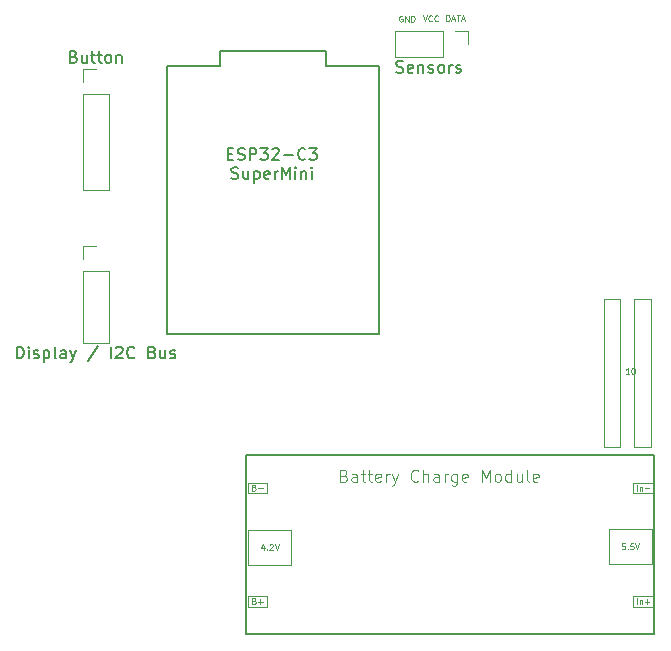
<source format=gbr>
%TF.GenerationSoftware,KiCad,Pcbnew,9.0.2*%
%TF.CreationDate,2025-05-28T20:31:11+09:00*%
%TF.ProjectId,__,78912e6b-6963-4616-945f-706362585858,rev?*%
%TF.SameCoordinates,Original*%
%TF.FileFunction,Legend,Top*%
%TF.FilePolarity,Positive*%
%FSLAX46Y46*%
G04 Gerber Fmt 4.6, Leading zero omitted, Abs format (unit mm)*
G04 Created by KiCad (PCBNEW 9.0.2) date 2025-05-28 20:31:11*
%MOMM*%
%LPD*%
G01*
G04 APERTURE LIST*
%ADD10C,0.200000*%
%ADD11C,0.100000*%
%ADD12C,0.050000*%
%ADD13C,0.000000*%
%ADD14C,0.150000*%
%ADD15C,0.120000*%
%ADD16C,0.127000*%
G04 APERTURE END LIST*
D10*
X19850000Y-38700000D02*
X54350000Y-38700000D01*
X54350000Y-53900000D01*
X19850000Y-53900000D01*
X19850000Y-38700000D01*
D11*
X50100000Y-25550000D02*
X51500000Y-25550000D01*
X51500000Y-38050000D01*
X50100000Y-38050000D01*
X50100000Y-25550000D01*
X52700000Y-25550000D02*
X54100000Y-25550000D01*
X54100000Y-38050000D01*
X52700000Y-38050000D01*
X52700000Y-25550000D01*
X52254762Y-31851109D02*
X51969048Y-31851109D01*
X52111905Y-31851109D02*
X52111905Y-31351109D01*
X52111905Y-31351109D02*
X52064286Y-31422538D01*
X52064286Y-31422538D02*
X52016667Y-31470157D01*
X52016667Y-31470157D02*
X51969048Y-31493966D01*
X52564285Y-31351109D02*
X52611904Y-31351109D01*
X52611904Y-31351109D02*
X52659523Y-31374919D01*
X52659523Y-31374919D02*
X52683333Y-31398728D01*
X52683333Y-31398728D02*
X52707142Y-31446347D01*
X52707142Y-31446347D02*
X52730952Y-31541585D01*
X52730952Y-31541585D02*
X52730952Y-31660633D01*
X52730952Y-31660633D02*
X52707142Y-31755871D01*
X52707142Y-31755871D02*
X52683333Y-31803490D01*
X52683333Y-31803490D02*
X52659523Y-31827300D01*
X52659523Y-31827300D02*
X52611904Y-31851109D01*
X52611904Y-31851109D02*
X52564285Y-31851109D01*
X52564285Y-31851109D02*
X52516666Y-31827300D01*
X52516666Y-31827300D02*
X52492857Y-31803490D01*
X52492857Y-31803490D02*
X52469047Y-31755871D01*
X52469047Y-31755871D02*
X52445238Y-31660633D01*
X52445238Y-31660633D02*
X52445238Y-31541585D01*
X52445238Y-31541585D02*
X52469047Y-31446347D01*
X52469047Y-31446347D02*
X52492857Y-31398728D01*
X52492857Y-31398728D02*
X52516666Y-31374919D01*
X52516666Y-31374919D02*
X52564285Y-31351109D01*
D12*
X34783334Y-1503709D02*
X34950000Y-2003709D01*
X34950000Y-2003709D02*
X35116667Y-1503709D01*
X35569047Y-1956090D02*
X35545238Y-1979900D01*
X35545238Y-1979900D02*
X35473809Y-2003709D01*
X35473809Y-2003709D02*
X35426190Y-2003709D01*
X35426190Y-2003709D02*
X35354762Y-1979900D01*
X35354762Y-1979900D02*
X35307143Y-1932280D01*
X35307143Y-1932280D02*
X35283333Y-1884661D01*
X35283333Y-1884661D02*
X35259524Y-1789423D01*
X35259524Y-1789423D02*
X35259524Y-1717995D01*
X35259524Y-1717995D02*
X35283333Y-1622757D01*
X35283333Y-1622757D02*
X35307143Y-1575138D01*
X35307143Y-1575138D02*
X35354762Y-1527519D01*
X35354762Y-1527519D02*
X35426190Y-1503709D01*
X35426190Y-1503709D02*
X35473809Y-1503709D01*
X35473809Y-1503709D02*
X35545238Y-1527519D01*
X35545238Y-1527519D02*
X35569047Y-1551328D01*
X36069047Y-1956090D02*
X36045238Y-1979900D01*
X36045238Y-1979900D02*
X35973809Y-2003709D01*
X35973809Y-2003709D02*
X35926190Y-2003709D01*
X35926190Y-2003709D02*
X35854762Y-1979900D01*
X35854762Y-1979900D02*
X35807143Y-1932280D01*
X35807143Y-1932280D02*
X35783333Y-1884661D01*
X35783333Y-1884661D02*
X35759524Y-1789423D01*
X35759524Y-1789423D02*
X35759524Y-1717995D01*
X35759524Y-1717995D02*
X35783333Y-1622757D01*
X35783333Y-1622757D02*
X35807143Y-1575138D01*
X35807143Y-1575138D02*
X35854762Y-1527519D01*
X35854762Y-1527519D02*
X35926190Y-1503709D01*
X35926190Y-1503709D02*
X35973809Y-1503709D01*
X35973809Y-1503709D02*
X36045238Y-1527519D01*
X36045238Y-1527519D02*
X36069047Y-1551328D01*
X36775000Y-1978709D02*
X36775000Y-1478709D01*
X36775000Y-1478709D02*
X36894048Y-1478709D01*
X36894048Y-1478709D02*
X36965476Y-1502519D01*
X36965476Y-1502519D02*
X37013095Y-1550138D01*
X37013095Y-1550138D02*
X37036905Y-1597757D01*
X37036905Y-1597757D02*
X37060714Y-1692995D01*
X37060714Y-1692995D02*
X37060714Y-1764423D01*
X37060714Y-1764423D02*
X37036905Y-1859661D01*
X37036905Y-1859661D02*
X37013095Y-1907280D01*
X37013095Y-1907280D02*
X36965476Y-1954900D01*
X36965476Y-1954900D02*
X36894048Y-1978709D01*
X36894048Y-1978709D02*
X36775000Y-1978709D01*
X37251191Y-1835852D02*
X37489286Y-1835852D01*
X37203572Y-1978709D02*
X37370238Y-1478709D01*
X37370238Y-1478709D02*
X37536905Y-1978709D01*
X37632143Y-1478709D02*
X37917857Y-1478709D01*
X37775000Y-1978709D02*
X37775000Y-1478709D01*
X38060714Y-1835852D02*
X38298809Y-1835852D01*
X38013095Y-1978709D02*
X38179761Y-1478709D01*
X38179761Y-1478709D02*
X38346428Y-1978709D01*
X33044047Y-1552519D02*
X32996428Y-1528709D01*
X32996428Y-1528709D02*
X32924999Y-1528709D01*
X32924999Y-1528709D02*
X32853571Y-1552519D01*
X32853571Y-1552519D02*
X32805952Y-1600138D01*
X32805952Y-1600138D02*
X32782142Y-1647757D01*
X32782142Y-1647757D02*
X32758333Y-1742995D01*
X32758333Y-1742995D02*
X32758333Y-1814423D01*
X32758333Y-1814423D02*
X32782142Y-1909661D01*
X32782142Y-1909661D02*
X32805952Y-1957280D01*
X32805952Y-1957280D02*
X32853571Y-2004900D01*
X32853571Y-2004900D02*
X32924999Y-2028709D01*
X32924999Y-2028709D02*
X32972618Y-2028709D01*
X32972618Y-2028709D02*
X33044047Y-2004900D01*
X33044047Y-2004900D02*
X33067856Y-1981090D01*
X33067856Y-1981090D02*
X33067856Y-1814423D01*
X33067856Y-1814423D02*
X32972618Y-1814423D01*
X33282142Y-2028709D02*
X33282142Y-1528709D01*
X33282142Y-1528709D02*
X33567856Y-2028709D01*
X33567856Y-2028709D02*
X33567856Y-1528709D01*
X33805952Y-2028709D02*
X33805952Y-1528709D01*
X33805952Y-1528709D02*
X33925000Y-1528709D01*
X33925000Y-1528709D02*
X33996428Y-1552519D01*
X33996428Y-1552519D02*
X34044047Y-1600138D01*
X34044047Y-1600138D02*
X34067857Y-1647757D01*
X34067857Y-1647757D02*
X34091666Y-1742995D01*
X34091666Y-1742995D02*
X34091666Y-1814423D01*
X34091666Y-1814423D02*
X34067857Y-1909661D01*
X34067857Y-1909661D02*
X34044047Y-1957280D01*
X34044047Y-1957280D02*
X33996428Y-2004900D01*
X33996428Y-2004900D02*
X33925000Y-2028709D01*
X33925000Y-2028709D02*
X33805952Y-2028709D01*
D11*
X28102379Y-40458609D02*
X28245236Y-40506228D01*
X28245236Y-40506228D02*
X28292855Y-40553847D01*
X28292855Y-40553847D02*
X28340474Y-40649085D01*
X28340474Y-40649085D02*
X28340474Y-40791942D01*
X28340474Y-40791942D02*
X28292855Y-40887180D01*
X28292855Y-40887180D02*
X28245236Y-40934800D01*
X28245236Y-40934800D02*
X28149998Y-40982419D01*
X28149998Y-40982419D02*
X27769046Y-40982419D01*
X27769046Y-40982419D02*
X27769046Y-39982419D01*
X27769046Y-39982419D02*
X28102379Y-39982419D01*
X28102379Y-39982419D02*
X28197617Y-40030038D01*
X28197617Y-40030038D02*
X28245236Y-40077657D01*
X28245236Y-40077657D02*
X28292855Y-40172895D01*
X28292855Y-40172895D02*
X28292855Y-40268133D01*
X28292855Y-40268133D02*
X28245236Y-40363371D01*
X28245236Y-40363371D02*
X28197617Y-40410990D01*
X28197617Y-40410990D02*
X28102379Y-40458609D01*
X28102379Y-40458609D02*
X27769046Y-40458609D01*
X29197617Y-40982419D02*
X29197617Y-40458609D01*
X29197617Y-40458609D02*
X29149998Y-40363371D01*
X29149998Y-40363371D02*
X29054760Y-40315752D01*
X29054760Y-40315752D02*
X28864284Y-40315752D01*
X28864284Y-40315752D02*
X28769046Y-40363371D01*
X29197617Y-40934800D02*
X29102379Y-40982419D01*
X29102379Y-40982419D02*
X28864284Y-40982419D01*
X28864284Y-40982419D02*
X28769046Y-40934800D01*
X28769046Y-40934800D02*
X28721427Y-40839561D01*
X28721427Y-40839561D02*
X28721427Y-40744323D01*
X28721427Y-40744323D02*
X28769046Y-40649085D01*
X28769046Y-40649085D02*
X28864284Y-40601466D01*
X28864284Y-40601466D02*
X29102379Y-40601466D01*
X29102379Y-40601466D02*
X29197617Y-40553847D01*
X29530951Y-40315752D02*
X29911903Y-40315752D01*
X29673808Y-39982419D02*
X29673808Y-40839561D01*
X29673808Y-40839561D02*
X29721427Y-40934800D01*
X29721427Y-40934800D02*
X29816665Y-40982419D01*
X29816665Y-40982419D02*
X29911903Y-40982419D01*
X30102380Y-40315752D02*
X30483332Y-40315752D01*
X30245237Y-39982419D02*
X30245237Y-40839561D01*
X30245237Y-40839561D02*
X30292856Y-40934800D01*
X30292856Y-40934800D02*
X30388094Y-40982419D01*
X30388094Y-40982419D02*
X30483332Y-40982419D01*
X31197618Y-40934800D02*
X31102380Y-40982419D01*
X31102380Y-40982419D02*
X30911904Y-40982419D01*
X30911904Y-40982419D02*
X30816666Y-40934800D01*
X30816666Y-40934800D02*
X30769047Y-40839561D01*
X30769047Y-40839561D02*
X30769047Y-40458609D01*
X30769047Y-40458609D02*
X30816666Y-40363371D01*
X30816666Y-40363371D02*
X30911904Y-40315752D01*
X30911904Y-40315752D02*
X31102380Y-40315752D01*
X31102380Y-40315752D02*
X31197618Y-40363371D01*
X31197618Y-40363371D02*
X31245237Y-40458609D01*
X31245237Y-40458609D02*
X31245237Y-40553847D01*
X31245237Y-40553847D02*
X30769047Y-40649085D01*
X31673809Y-40982419D02*
X31673809Y-40315752D01*
X31673809Y-40506228D02*
X31721428Y-40410990D01*
X31721428Y-40410990D02*
X31769047Y-40363371D01*
X31769047Y-40363371D02*
X31864285Y-40315752D01*
X31864285Y-40315752D02*
X31959523Y-40315752D01*
X32197619Y-40315752D02*
X32435714Y-40982419D01*
X32673809Y-40315752D02*
X32435714Y-40982419D01*
X32435714Y-40982419D02*
X32340476Y-41220514D01*
X32340476Y-41220514D02*
X32292857Y-41268133D01*
X32292857Y-41268133D02*
X32197619Y-41315752D01*
X34388095Y-40887180D02*
X34340476Y-40934800D01*
X34340476Y-40934800D02*
X34197619Y-40982419D01*
X34197619Y-40982419D02*
X34102381Y-40982419D01*
X34102381Y-40982419D02*
X33959524Y-40934800D01*
X33959524Y-40934800D02*
X33864286Y-40839561D01*
X33864286Y-40839561D02*
X33816667Y-40744323D01*
X33816667Y-40744323D02*
X33769048Y-40553847D01*
X33769048Y-40553847D02*
X33769048Y-40410990D01*
X33769048Y-40410990D02*
X33816667Y-40220514D01*
X33816667Y-40220514D02*
X33864286Y-40125276D01*
X33864286Y-40125276D02*
X33959524Y-40030038D01*
X33959524Y-40030038D02*
X34102381Y-39982419D01*
X34102381Y-39982419D02*
X34197619Y-39982419D01*
X34197619Y-39982419D02*
X34340476Y-40030038D01*
X34340476Y-40030038D02*
X34388095Y-40077657D01*
X34816667Y-40982419D02*
X34816667Y-39982419D01*
X35245238Y-40982419D02*
X35245238Y-40458609D01*
X35245238Y-40458609D02*
X35197619Y-40363371D01*
X35197619Y-40363371D02*
X35102381Y-40315752D01*
X35102381Y-40315752D02*
X34959524Y-40315752D01*
X34959524Y-40315752D02*
X34864286Y-40363371D01*
X34864286Y-40363371D02*
X34816667Y-40410990D01*
X36150000Y-40982419D02*
X36150000Y-40458609D01*
X36150000Y-40458609D02*
X36102381Y-40363371D01*
X36102381Y-40363371D02*
X36007143Y-40315752D01*
X36007143Y-40315752D02*
X35816667Y-40315752D01*
X35816667Y-40315752D02*
X35721429Y-40363371D01*
X36150000Y-40934800D02*
X36054762Y-40982419D01*
X36054762Y-40982419D02*
X35816667Y-40982419D01*
X35816667Y-40982419D02*
X35721429Y-40934800D01*
X35721429Y-40934800D02*
X35673810Y-40839561D01*
X35673810Y-40839561D02*
X35673810Y-40744323D01*
X35673810Y-40744323D02*
X35721429Y-40649085D01*
X35721429Y-40649085D02*
X35816667Y-40601466D01*
X35816667Y-40601466D02*
X36054762Y-40601466D01*
X36054762Y-40601466D02*
X36150000Y-40553847D01*
X36626191Y-40982419D02*
X36626191Y-40315752D01*
X36626191Y-40506228D02*
X36673810Y-40410990D01*
X36673810Y-40410990D02*
X36721429Y-40363371D01*
X36721429Y-40363371D02*
X36816667Y-40315752D01*
X36816667Y-40315752D02*
X36911905Y-40315752D01*
X37673810Y-40315752D02*
X37673810Y-41125276D01*
X37673810Y-41125276D02*
X37626191Y-41220514D01*
X37626191Y-41220514D02*
X37578572Y-41268133D01*
X37578572Y-41268133D02*
X37483334Y-41315752D01*
X37483334Y-41315752D02*
X37340477Y-41315752D01*
X37340477Y-41315752D02*
X37245239Y-41268133D01*
X37673810Y-40934800D02*
X37578572Y-40982419D01*
X37578572Y-40982419D02*
X37388096Y-40982419D01*
X37388096Y-40982419D02*
X37292858Y-40934800D01*
X37292858Y-40934800D02*
X37245239Y-40887180D01*
X37245239Y-40887180D02*
X37197620Y-40791942D01*
X37197620Y-40791942D02*
X37197620Y-40506228D01*
X37197620Y-40506228D02*
X37245239Y-40410990D01*
X37245239Y-40410990D02*
X37292858Y-40363371D01*
X37292858Y-40363371D02*
X37388096Y-40315752D01*
X37388096Y-40315752D02*
X37578572Y-40315752D01*
X37578572Y-40315752D02*
X37673810Y-40363371D01*
X38530953Y-40934800D02*
X38435715Y-40982419D01*
X38435715Y-40982419D02*
X38245239Y-40982419D01*
X38245239Y-40982419D02*
X38150001Y-40934800D01*
X38150001Y-40934800D02*
X38102382Y-40839561D01*
X38102382Y-40839561D02*
X38102382Y-40458609D01*
X38102382Y-40458609D02*
X38150001Y-40363371D01*
X38150001Y-40363371D02*
X38245239Y-40315752D01*
X38245239Y-40315752D02*
X38435715Y-40315752D01*
X38435715Y-40315752D02*
X38530953Y-40363371D01*
X38530953Y-40363371D02*
X38578572Y-40458609D01*
X38578572Y-40458609D02*
X38578572Y-40553847D01*
X38578572Y-40553847D02*
X38102382Y-40649085D01*
X39769049Y-40982419D02*
X39769049Y-39982419D01*
X39769049Y-39982419D02*
X40102382Y-40696704D01*
X40102382Y-40696704D02*
X40435715Y-39982419D01*
X40435715Y-39982419D02*
X40435715Y-40982419D01*
X41054763Y-40982419D02*
X40959525Y-40934800D01*
X40959525Y-40934800D02*
X40911906Y-40887180D01*
X40911906Y-40887180D02*
X40864287Y-40791942D01*
X40864287Y-40791942D02*
X40864287Y-40506228D01*
X40864287Y-40506228D02*
X40911906Y-40410990D01*
X40911906Y-40410990D02*
X40959525Y-40363371D01*
X40959525Y-40363371D02*
X41054763Y-40315752D01*
X41054763Y-40315752D02*
X41197620Y-40315752D01*
X41197620Y-40315752D02*
X41292858Y-40363371D01*
X41292858Y-40363371D02*
X41340477Y-40410990D01*
X41340477Y-40410990D02*
X41388096Y-40506228D01*
X41388096Y-40506228D02*
X41388096Y-40791942D01*
X41388096Y-40791942D02*
X41340477Y-40887180D01*
X41340477Y-40887180D02*
X41292858Y-40934800D01*
X41292858Y-40934800D02*
X41197620Y-40982419D01*
X41197620Y-40982419D02*
X41054763Y-40982419D01*
X42245239Y-40982419D02*
X42245239Y-39982419D01*
X42245239Y-40934800D02*
X42150001Y-40982419D01*
X42150001Y-40982419D02*
X41959525Y-40982419D01*
X41959525Y-40982419D02*
X41864287Y-40934800D01*
X41864287Y-40934800D02*
X41816668Y-40887180D01*
X41816668Y-40887180D02*
X41769049Y-40791942D01*
X41769049Y-40791942D02*
X41769049Y-40506228D01*
X41769049Y-40506228D02*
X41816668Y-40410990D01*
X41816668Y-40410990D02*
X41864287Y-40363371D01*
X41864287Y-40363371D02*
X41959525Y-40315752D01*
X41959525Y-40315752D02*
X42150001Y-40315752D01*
X42150001Y-40315752D02*
X42245239Y-40363371D01*
X43150001Y-40315752D02*
X43150001Y-40982419D01*
X42721430Y-40315752D02*
X42721430Y-40839561D01*
X42721430Y-40839561D02*
X42769049Y-40934800D01*
X42769049Y-40934800D02*
X42864287Y-40982419D01*
X42864287Y-40982419D02*
X43007144Y-40982419D01*
X43007144Y-40982419D02*
X43102382Y-40934800D01*
X43102382Y-40934800D02*
X43150001Y-40887180D01*
X43769049Y-40982419D02*
X43673811Y-40934800D01*
X43673811Y-40934800D02*
X43626192Y-40839561D01*
X43626192Y-40839561D02*
X43626192Y-39982419D01*
X44530954Y-40934800D02*
X44435716Y-40982419D01*
X44435716Y-40982419D02*
X44245240Y-40982419D01*
X44245240Y-40982419D02*
X44150002Y-40934800D01*
X44150002Y-40934800D02*
X44102383Y-40839561D01*
X44102383Y-40839561D02*
X44102383Y-40458609D01*
X44102383Y-40458609D02*
X44150002Y-40363371D01*
X44150002Y-40363371D02*
X44245240Y-40315752D01*
X44245240Y-40315752D02*
X44435716Y-40315752D01*
X44435716Y-40315752D02*
X44530954Y-40363371D01*
X44530954Y-40363371D02*
X44578573Y-40458609D01*
X44578573Y-40458609D02*
X44578573Y-40553847D01*
X44578573Y-40553847D02*
X44102383Y-40649085D01*
X20501190Y-41464204D02*
X20572618Y-41488014D01*
X20572618Y-41488014D02*
X20596428Y-41511823D01*
X20596428Y-41511823D02*
X20620237Y-41559442D01*
X20620237Y-41559442D02*
X20620237Y-41630871D01*
X20620237Y-41630871D02*
X20596428Y-41678490D01*
X20596428Y-41678490D02*
X20572618Y-41702300D01*
X20572618Y-41702300D02*
X20524999Y-41726109D01*
X20524999Y-41726109D02*
X20334523Y-41726109D01*
X20334523Y-41726109D02*
X20334523Y-41226109D01*
X20334523Y-41226109D02*
X20501190Y-41226109D01*
X20501190Y-41226109D02*
X20548809Y-41249919D01*
X20548809Y-41249919D02*
X20572618Y-41273728D01*
X20572618Y-41273728D02*
X20596428Y-41321347D01*
X20596428Y-41321347D02*
X20596428Y-41368966D01*
X20596428Y-41368966D02*
X20572618Y-41416585D01*
X20572618Y-41416585D02*
X20548809Y-41440395D01*
X20548809Y-41440395D02*
X20501190Y-41464204D01*
X20501190Y-41464204D02*
X20334523Y-41464204D01*
X20834523Y-41535633D02*
X21215476Y-41535633D01*
D13*
X19950000Y-41050000D02*
X21600000Y-41050000D01*
X21600000Y-41950000D01*
X19950000Y-41950000D01*
X19950000Y-41050000D01*
D11*
X52889285Y-51326109D02*
X52889285Y-50826109D01*
X53127380Y-50992776D02*
X53127380Y-51326109D01*
X53127380Y-51040395D02*
X53151190Y-51016585D01*
X53151190Y-51016585D02*
X53198809Y-50992776D01*
X53198809Y-50992776D02*
X53270237Y-50992776D01*
X53270237Y-50992776D02*
X53317856Y-51016585D01*
X53317856Y-51016585D02*
X53341666Y-51064204D01*
X53341666Y-51064204D02*
X53341666Y-51326109D01*
X53579761Y-51135633D02*
X53960714Y-51135633D01*
X53770237Y-51326109D02*
X53770237Y-50945157D01*
D13*
X52600000Y-50650000D02*
X54250000Y-50650000D01*
X54250000Y-51550000D01*
X52600000Y-51550000D01*
X52600000Y-50650000D01*
D11*
X21336310Y-46417776D02*
X21336310Y-46751109D01*
X21217262Y-46227300D02*
X21098215Y-46584442D01*
X21098215Y-46584442D02*
X21407738Y-46584442D01*
X21598214Y-46703490D02*
X21622024Y-46727300D01*
X21622024Y-46727300D02*
X21598214Y-46751109D01*
X21598214Y-46751109D02*
X21574405Y-46727300D01*
X21574405Y-46727300D02*
X21598214Y-46703490D01*
X21598214Y-46703490D02*
X21598214Y-46751109D01*
X21812500Y-46298728D02*
X21836309Y-46274919D01*
X21836309Y-46274919D02*
X21883928Y-46251109D01*
X21883928Y-46251109D02*
X22002976Y-46251109D01*
X22002976Y-46251109D02*
X22050595Y-46274919D01*
X22050595Y-46274919D02*
X22074404Y-46298728D01*
X22074404Y-46298728D02*
X22098214Y-46346347D01*
X22098214Y-46346347D02*
X22098214Y-46393966D01*
X22098214Y-46393966D02*
X22074404Y-46465395D01*
X22074404Y-46465395D02*
X21788690Y-46751109D01*
X21788690Y-46751109D02*
X22098214Y-46751109D01*
X22241071Y-46251109D02*
X22407737Y-46751109D01*
X22407737Y-46751109D02*
X22574404Y-46251109D01*
D13*
X20000000Y-45050000D02*
X23625000Y-45050000D01*
X23625000Y-48000000D01*
X20000000Y-48000000D01*
X20000000Y-45050000D01*
D11*
X51897619Y-46201109D02*
X51659524Y-46201109D01*
X51659524Y-46201109D02*
X51635715Y-46439204D01*
X51635715Y-46439204D02*
X51659524Y-46415395D01*
X51659524Y-46415395D02*
X51707143Y-46391585D01*
X51707143Y-46391585D02*
X51826191Y-46391585D01*
X51826191Y-46391585D02*
X51873810Y-46415395D01*
X51873810Y-46415395D02*
X51897619Y-46439204D01*
X51897619Y-46439204D02*
X51921429Y-46486823D01*
X51921429Y-46486823D02*
X51921429Y-46605871D01*
X51921429Y-46605871D02*
X51897619Y-46653490D01*
X51897619Y-46653490D02*
X51873810Y-46677300D01*
X51873810Y-46677300D02*
X51826191Y-46701109D01*
X51826191Y-46701109D02*
X51707143Y-46701109D01*
X51707143Y-46701109D02*
X51659524Y-46677300D01*
X51659524Y-46677300D02*
X51635715Y-46653490D01*
X52135714Y-46653490D02*
X52159524Y-46677300D01*
X52159524Y-46677300D02*
X52135714Y-46701109D01*
X52135714Y-46701109D02*
X52111905Y-46677300D01*
X52111905Y-46677300D02*
X52135714Y-46653490D01*
X52135714Y-46653490D02*
X52135714Y-46701109D01*
X52611904Y-46201109D02*
X52373809Y-46201109D01*
X52373809Y-46201109D02*
X52350000Y-46439204D01*
X52350000Y-46439204D02*
X52373809Y-46415395D01*
X52373809Y-46415395D02*
X52421428Y-46391585D01*
X52421428Y-46391585D02*
X52540476Y-46391585D01*
X52540476Y-46391585D02*
X52588095Y-46415395D01*
X52588095Y-46415395D02*
X52611904Y-46439204D01*
X52611904Y-46439204D02*
X52635714Y-46486823D01*
X52635714Y-46486823D02*
X52635714Y-46605871D01*
X52635714Y-46605871D02*
X52611904Y-46653490D01*
X52611904Y-46653490D02*
X52588095Y-46677300D01*
X52588095Y-46677300D02*
X52540476Y-46701109D01*
X52540476Y-46701109D02*
X52421428Y-46701109D01*
X52421428Y-46701109D02*
X52373809Y-46677300D01*
X52373809Y-46677300D02*
X52350000Y-46653490D01*
X52778571Y-46201109D02*
X52945237Y-46701109D01*
X52945237Y-46701109D02*
X53111904Y-46201109D01*
D13*
X50537500Y-45000000D02*
X54162500Y-45000000D01*
X54162500Y-47950000D01*
X50537500Y-47950000D01*
X50537500Y-45000000D01*
D11*
X20501190Y-51064204D02*
X20572618Y-51088014D01*
X20572618Y-51088014D02*
X20596428Y-51111823D01*
X20596428Y-51111823D02*
X20620237Y-51159442D01*
X20620237Y-51159442D02*
X20620237Y-51230871D01*
X20620237Y-51230871D02*
X20596428Y-51278490D01*
X20596428Y-51278490D02*
X20572618Y-51302300D01*
X20572618Y-51302300D02*
X20524999Y-51326109D01*
X20524999Y-51326109D02*
X20334523Y-51326109D01*
X20334523Y-51326109D02*
X20334523Y-50826109D01*
X20334523Y-50826109D02*
X20501190Y-50826109D01*
X20501190Y-50826109D02*
X20548809Y-50849919D01*
X20548809Y-50849919D02*
X20572618Y-50873728D01*
X20572618Y-50873728D02*
X20596428Y-50921347D01*
X20596428Y-50921347D02*
X20596428Y-50968966D01*
X20596428Y-50968966D02*
X20572618Y-51016585D01*
X20572618Y-51016585D02*
X20548809Y-51040395D01*
X20548809Y-51040395D02*
X20501190Y-51064204D01*
X20501190Y-51064204D02*
X20334523Y-51064204D01*
X20834523Y-51135633D02*
X21215476Y-51135633D01*
X21024999Y-51326109D02*
X21024999Y-50945157D01*
D13*
X19950000Y-50650000D02*
X21600000Y-50650000D01*
X21600000Y-51550000D01*
X19950000Y-51550000D01*
X19950000Y-50650000D01*
D11*
X52889285Y-41726109D02*
X52889285Y-41226109D01*
X53127380Y-41392776D02*
X53127380Y-41726109D01*
X53127380Y-41440395D02*
X53151190Y-41416585D01*
X53151190Y-41416585D02*
X53198809Y-41392776D01*
X53198809Y-41392776D02*
X53270237Y-41392776D01*
X53270237Y-41392776D02*
X53317856Y-41416585D01*
X53317856Y-41416585D02*
X53341666Y-41464204D01*
X53341666Y-41464204D02*
X53341666Y-41726109D01*
X53579761Y-41535633D02*
X53960714Y-41535633D01*
D13*
X52600000Y-41050000D02*
X54250000Y-41050000D01*
X54250000Y-41950000D01*
X52600000Y-41950000D01*
X52600000Y-41050000D01*
D14*
X32536904Y-6307200D02*
X32679761Y-6354819D01*
X32679761Y-6354819D02*
X32917856Y-6354819D01*
X32917856Y-6354819D02*
X33013094Y-6307200D01*
X33013094Y-6307200D02*
X33060713Y-6259580D01*
X33060713Y-6259580D02*
X33108332Y-6164342D01*
X33108332Y-6164342D02*
X33108332Y-6069104D01*
X33108332Y-6069104D02*
X33060713Y-5973866D01*
X33060713Y-5973866D02*
X33013094Y-5926247D01*
X33013094Y-5926247D02*
X32917856Y-5878628D01*
X32917856Y-5878628D02*
X32727380Y-5831009D01*
X32727380Y-5831009D02*
X32632142Y-5783390D01*
X32632142Y-5783390D02*
X32584523Y-5735771D01*
X32584523Y-5735771D02*
X32536904Y-5640533D01*
X32536904Y-5640533D02*
X32536904Y-5545295D01*
X32536904Y-5545295D02*
X32584523Y-5450057D01*
X32584523Y-5450057D02*
X32632142Y-5402438D01*
X32632142Y-5402438D02*
X32727380Y-5354819D01*
X32727380Y-5354819D02*
X32965475Y-5354819D01*
X32965475Y-5354819D02*
X33108332Y-5402438D01*
X33917856Y-6307200D02*
X33822618Y-6354819D01*
X33822618Y-6354819D02*
X33632142Y-6354819D01*
X33632142Y-6354819D02*
X33536904Y-6307200D01*
X33536904Y-6307200D02*
X33489285Y-6211961D01*
X33489285Y-6211961D02*
X33489285Y-5831009D01*
X33489285Y-5831009D02*
X33536904Y-5735771D01*
X33536904Y-5735771D02*
X33632142Y-5688152D01*
X33632142Y-5688152D02*
X33822618Y-5688152D01*
X33822618Y-5688152D02*
X33917856Y-5735771D01*
X33917856Y-5735771D02*
X33965475Y-5831009D01*
X33965475Y-5831009D02*
X33965475Y-5926247D01*
X33965475Y-5926247D02*
X33489285Y-6021485D01*
X34394047Y-5688152D02*
X34394047Y-6354819D01*
X34394047Y-5783390D02*
X34441666Y-5735771D01*
X34441666Y-5735771D02*
X34536904Y-5688152D01*
X34536904Y-5688152D02*
X34679761Y-5688152D01*
X34679761Y-5688152D02*
X34774999Y-5735771D01*
X34774999Y-5735771D02*
X34822618Y-5831009D01*
X34822618Y-5831009D02*
X34822618Y-6354819D01*
X35251190Y-6307200D02*
X35346428Y-6354819D01*
X35346428Y-6354819D02*
X35536904Y-6354819D01*
X35536904Y-6354819D02*
X35632142Y-6307200D01*
X35632142Y-6307200D02*
X35679761Y-6211961D01*
X35679761Y-6211961D02*
X35679761Y-6164342D01*
X35679761Y-6164342D02*
X35632142Y-6069104D01*
X35632142Y-6069104D02*
X35536904Y-6021485D01*
X35536904Y-6021485D02*
X35394047Y-6021485D01*
X35394047Y-6021485D02*
X35298809Y-5973866D01*
X35298809Y-5973866D02*
X35251190Y-5878628D01*
X35251190Y-5878628D02*
X35251190Y-5831009D01*
X35251190Y-5831009D02*
X35298809Y-5735771D01*
X35298809Y-5735771D02*
X35394047Y-5688152D01*
X35394047Y-5688152D02*
X35536904Y-5688152D01*
X35536904Y-5688152D02*
X35632142Y-5735771D01*
X36251190Y-6354819D02*
X36155952Y-6307200D01*
X36155952Y-6307200D02*
X36108333Y-6259580D01*
X36108333Y-6259580D02*
X36060714Y-6164342D01*
X36060714Y-6164342D02*
X36060714Y-5878628D01*
X36060714Y-5878628D02*
X36108333Y-5783390D01*
X36108333Y-5783390D02*
X36155952Y-5735771D01*
X36155952Y-5735771D02*
X36251190Y-5688152D01*
X36251190Y-5688152D02*
X36394047Y-5688152D01*
X36394047Y-5688152D02*
X36489285Y-5735771D01*
X36489285Y-5735771D02*
X36536904Y-5783390D01*
X36536904Y-5783390D02*
X36584523Y-5878628D01*
X36584523Y-5878628D02*
X36584523Y-6164342D01*
X36584523Y-6164342D02*
X36536904Y-6259580D01*
X36536904Y-6259580D02*
X36489285Y-6307200D01*
X36489285Y-6307200D02*
X36394047Y-6354819D01*
X36394047Y-6354819D02*
X36251190Y-6354819D01*
X37013095Y-6354819D02*
X37013095Y-5688152D01*
X37013095Y-5878628D02*
X37060714Y-5783390D01*
X37060714Y-5783390D02*
X37108333Y-5735771D01*
X37108333Y-5735771D02*
X37203571Y-5688152D01*
X37203571Y-5688152D02*
X37298809Y-5688152D01*
X37584524Y-6307200D02*
X37679762Y-6354819D01*
X37679762Y-6354819D02*
X37870238Y-6354819D01*
X37870238Y-6354819D02*
X37965476Y-6307200D01*
X37965476Y-6307200D02*
X38013095Y-6211961D01*
X38013095Y-6211961D02*
X38013095Y-6164342D01*
X38013095Y-6164342D02*
X37965476Y-6069104D01*
X37965476Y-6069104D02*
X37870238Y-6021485D01*
X37870238Y-6021485D02*
X37727381Y-6021485D01*
X37727381Y-6021485D02*
X37632143Y-5973866D01*
X37632143Y-5973866D02*
X37584524Y-5878628D01*
X37584524Y-5878628D02*
X37584524Y-5831009D01*
X37584524Y-5831009D02*
X37632143Y-5735771D01*
X37632143Y-5735771D02*
X37727381Y-5688152D01*
X37727381Y-5688152D02*
X37870238Y-5688152D01*
X37870238Y-5688152D02*
X37965476Y-5735771D01*
X5222856Y-4981009D02*
X5365713Y-5028628D01*
X5365713Y-5028628D02*
X5413332Y-5076247D01*
X5413332Y-5076247D02*
X5460951Y-5171485D01*
X5460951Y-5171485D02*
X5460951Y-5314342D01*
X5460951Y-5314342D02*
X5413332Y-5409580D01*
X5413332Y-5409580D02*
X5365713Y-5457200D01*
X5365713Y-5457200D02*
X5270475Y-5504819D01*
X5270475Y-5504819D02*
X4889523Y-5504819D01*
X4889523Y-5504819D02*
X4889523Y-4504819D01*
X4889523Y-4504819D02*
X5222856Y-4504819D01*
X5222856Y-4504819D02*
X5318094Y-4552438D01*
X5318094Y-4552438D02*
X5365713Y-4600057D01*
X5365713Y-4600057D02*
X5413332Y-4695295D01*
X5413332Y-4695295D02*
X5413332Y-4790533D01*
X5413332Y-4790533D02*
X5365713Y-4885771D01*
X5365713Y-4885771D02*
X5318094Y-4933390D01*
X5318094Y-4933390D02*
X5222856Y-4981009D01*
X5222856Y-4981009D02*
X4889523Y-4981009D01*
X6318094Y-4838152D02*
X6318094Y-5504819D01*
X5889523Y-4838152D02*
X5889523Y-5361961D01*
X5889523Y-5361961D02*
X5937142Y-5457200D01*
X5937142Y-5457200D02*
X6032380Y-5504819D01*
X6032380Y-5504819D02*
X6175237Y-5504819D01*
X6175237Y-5504819D02*
X6270475Y-5457200D01*
X6270475Y-5457200D02*
X6318094Y-5409580D01*
X6651428Y-4838152D02*
X7032380Y-4838152D01*
X6794285Y-4504819D02*
X6794285Y-5361961D01*
X6794285Y-5361961D02*
X6841904Y-5457200D01*
X6841904Y-5457200D02*
X6937142Y-5504819D01*
X6937142Y-5504819D02*
X7032380Y-5504819D01*
X7222857Y-4838152D02*
X7603809Y-4838152D01*
X7365714Y-4504819D02*
X7365714Y-5361961D01*
X7365714Y-5361961D02*
X7413333Y-5457200D01*
X7413333Y-5457200D02*
X7508571Y-5504819D01*
X7508571Y-5504819D02*
X7603809Y-5504819D01*
X8080000Y-5504819D02*
X7984762Y-5457200D01*
X7984762Y-5457200D02*
X7937143Y-5409580D01*
X7937143Y-5409580D02*
X7889524Y-5314342D01*
X7889524Y-5314342D02*
X7889524Y-5028628D01*
X7889524Y-5028628D02*
X7937143Y-4933390D01*
X7937143Y-4933390D02*
X7984762Y-4885771D01*
X7984762Y-4885771D02*
X8080000Y-4838152D01*
X8080000Y-4838152D02*
X8222857Y-4838152D01*
X8222857Y-4838152D02*
X8318095Y-4885771D01*
X8318095Y-4885771D02*
X8365714Y-4933390D01*
X8365714Y-4933390D02*
X8413333Y-5028628D01*
X8413333Y-5028628D02*
X8413333Y-5314342D01*
X8413333Y-5314342D02*
X8365714Y-5409580D01*
X8365714Y-5409580D02*
X8318095Y-5457200D01*
X8318095Y-5457200D02*
X8222857Y-5504819D01*
X8222857Y-5504819D02*
X8080000Y-5504819D01*
X8841905Y-4838152D02*
X8841905Y-5504819D01*
X8841905Y-4933390D02*
X8889524Y-4885771D01*
X8889524Y-4885771D02*
X8984762Y-4838152D01*
X8984762Y-4838152D02*
X9127619Y-4838152D01*
X9127619Y-4838152D02*
X9222857Y-4885771D01*
X9222857Y-4885771D02*
X9270476Y-4981009D01*
X9270476Y-4981009D02*
X9270476Y-5504819D01*
X18261905Y-13206037D02*
X18595238Y-13206037D01*
X18738095Y-13729847D02*
X18261905Y-13729847D01*
X18261905Y-13729847D02*
X18261905Y-12729847D01*
X18261905Y-12729847D02*
X18738095Y-12729847D01*
X19119048Y-13682228D02*
X19261905Y-13729847D01*
X19261905Y-13729847D02*
X19500000Y-13729847D01*
X19500000Y-13729847D02*
X19595238Y-13682228D01*
X19595238Y-13682228D02*
X19642857Y-13634608D01*
X19642857Y-13634608D02*
X19690476Y-13539370D01*
X19690476Y-13539370D02*
X19690476Y-13444132D01*
X19690476Y-13444132D02*
X19642857Y-13348894D01*
X19642857Y-13348894D02*
X19595238Y-13301275D01*
X19595238Y-13301275D02*
X19500000Y-13253656D01*
X19500000Y-13253656D02*
X19309524Y-13206037D01*
X19309524Y-13206037D02*
X19214286Y-13158418D01*
X19214286Y-13158418D02*
X19166667Y-13110799D01*
X19166667Y-13110799D02*
X19119048Y-13015561D01*
X19119048Y-13015561D02*
X19119048Y-12920323D01*
X19119048Y-12920323D02*
X19166667Y-12825085D01*
X19166667Y-12825085D02*
X19214286Y-12777466D01*
X19214286Y-12777466D02*
X19309524Y-12729847D01*
X19309524Y-12729847D02*
X19547619Y-12729847D01*
X19547619Y-12729847D02*
X19690476Y-12777466D01*
X20119048Y-13729847D02*
X20119048Y-12729847D01*
X20119048Y-12729847D02*
X20500000Y-12729847D01*
X20500000Y-12729847D02*
X20595238Y-12777466D01*
X20595238Y-12777466D02*
X20642857Y-12825085D01*
X20642857Y-12825085D02*
X20690476Y-12920323D01*
X20690476Y-12920323D02*
X20690476Y-13063180D01*
X20690476Y-13063180D02*
X20642857Y-13158418D01*
X20642857Y-13158418D02*
X20595238Y-13206037D01*
X20595238Y-13206037D02*
X20500000Y-13253656D01*
X20500000Y-13253656D02*
X20119048Y-13253656D01*
X21023810Y-12729847D02*
X21642857Y-12729847D01*
X21642857Y-12729847D02*
X21309524Y-13110799D01*
X21309524Y-13110799D02*
X21452381Y-13110799D01*
X21452381Y-13110799D02*
X21547619Y-13158418D01*
X21547619Y-13158418D02*
X21595238Y-13206037D01*
X21595238Y-13206037D02*
X21642857Y-13301275D01*
X21642857Y-13301275D02*
X21642857Y-13539370D01*
X21642857Y-13539370D02*
X21595238Y-13634608D01*
X21595238Y-13634608D02*
X21547619Y-13682228D01*
X21547619Y-13682228D02*
X21452381Y-13729847D01*
X21452381Y-13729847D02*
X21166667Y-13729847D01*
X21166667Y-13729847D02*
X21071429Y-13682228D01*
X21071429Y-13682228D02*
X21023810Y-13634608D01*
X22023810Y-12825085D02*
X22071429Y-12777466D01*
X22071429Y-12777466D02*
X22166667Y-12729847D01*
X22166667Y-12729847D02*
X22404762Y-12729847D01*
X22404762Y-12729847D02*
X22500000Y-12777466D01*
X22500000Y-12777466D02*
X22547619Y-12825085D01*
X22547619Y-12825085D02*
X22595238Y-12920323D01*
X22595238Y-12920323D02*
X22595238Y-13015561D01*
X22595238Y-13015561D02*
X22547619Y-13158418D01*
X22547619Y-13158418D02*
X21976191Y-13729847D01*
X21976191Y-13729847D02*
X22595238Y-13729847D01*
X23023810Y-13348894D02*
X23785715Y-13348894D01*
X24833333Y-13634608D02*
X24785714Y-13682228D01*
X24785714Y-13682228D02*
X24642857Y-13729847D01*
X24642857Y-13729847D02*
X24547619Y-13729847D01*
X24547619Y-13729847D02*
X24404762Y-13682228D01*
X24404762Y-13682228D02*
X24309524Y-13586989D01*
X24309524Y-13586989D02*
X24261905Y-13491751D01*
X24261905Y-13491751D02*
X24214286Y-13301275D01*
X24214286Y-13301275D02*
X24214286Y-13158418D01*
X24214286Y-13158418D02*
X24261905Y-12967942D01*
X24261905Y-12967942D02*
X24309524Y-12872704D01*
X24309524Y-12872704D02*
X24404762Y-12777466D01*
X24404762Y-12777466D02*
X24547619Y-12729847D01*
X24547619Y-12729847D02*
X24642857Y-12729847D01*
X24642857Y-12729847D02*
X24785714Y-12777466D01*
X24785714Y-12777466D02*
X24833333Y-12825085D01*
X25166667Y-12729847D02*
X25785714Y-12729847D01*
X25785714Y-12729847D02*
X25452381Y-13110799D01*
X25452381Y-13110799D02*
X25595238Y-13110799D01*
X25595238Y-13110799D02*
X25690476Y-13158418D01*
X25690476Y-13158418D02*
X25738095Y-13206037D01*
X25738095Y-13206037D02*
X25785714Y-13301275D01*
X25785714Y-13301275D02*
X25785714Y-13539370D01*
X25785714Y-13539370D02*
X25738095Y-13634608D01*
X25738095Y-13634608D02*
X25690476Y-13682228D01*
X25690476Y-13682228D02*
X25595238Y-13729847D01*
X25595238Y-13729847D02*
X25309524Y-13729847D01*
X25309524Y-13729847D02*
X25214286Y-13682228D01*
X25214286Y-13682228D02*
X25166667Y-13634608D01*
X18571429Y-15292172D02*
X18714286Y-15339791D01*
X18714286Y-15339791D02*
X18952381Y-15339791D01*
X18952381Y-15339791D02*
X19047619Y-15292172D01*
X19047619Y-15292172D02*
X19095238Y-15244552D01*
X19095238Y-15244552D02*
X19142857Y-15149314D01*
X19142857Y-15149314D02*
X19142857Y-15054076D01*
X19142857Y-15054076D02*
X19095238Y-14958838D01*
X19095238Y-14958838D02*
X19047619Y-14911219D01*
X19047619Y-14911219D02*
X18952381Y-14863600D01*
X18952381Y-14863600D02*
X18761905Y-14815981D01*
X18761905Y-14815981D02*
X18666667Y-14768362D01*
X18666667Y-14768362D02*
X18619048Y-14720743D01*
X18619048Y-14720743D02*
X18571429Y-14625505D01*
X18571429Y-14625505D02*
X18571429Y-14530267D01*
X18571429Y-14530267D02*
X18619048Y-14435029D01*
X18619048Y-14435029D02*
X18666667Y-14387410D01*
X18666667Y-14387410D02*
X18761905Y-14339791D01*
X18761905Y-14339791D02*
X19000000Y-14339791D01*
X19000000Y-14339791D02*
X19142857Y-14387410D01*
X20000000Y-14673124D02*
X20000000Y-15339791D01*
X19571429Y-14673124D02*
X19571429Y-15196933D01*
X19571429Y-15196933D02*
X19619048Y-15292172D01*
X19619048Y-15292172D02*
X19714286Y-15339791D01*
X19714286Y-15339791D02*
X19857143Y-15339791D01*
X19857143Y-15339791D02*
X19952381Y-15292172D01*
X19952381Y-15292172D02*
X20000000Y-15244552D01*
X20476191Y-14673124D02*
X20476191Y-15673124D01*
X20476191Y-14720743D02*
X20571429Y-14673124D01*
X20571429Y-14673124D02*
X20761905Y-14673124D01*
X20761905Y-14673124D02*
X20857143Y-14720743D01*
X20857143Y-14720743D02*
X20904762Y-14768362D01*
X20904762Y-14768362D02*
X20952381Y-14863600D01*
X20952381Y-14863600D02*
X20952381Y-15149314D01*
X20952381Y-15149314D02*
X20904762Y-15244552D01*
X20904762Y-15244552D02*
X20857143Y-15292172D01*
X20857143Y-15292172D02*
X20761905Y-15339791D01*
X20761905Y-15339791D02*
X20571429Y-15339791D01*
X20571429Y-15339791D02*
X20476191Y-15292172D01*
X21761905Y-15292172D02*
X21666667Y-15339791D01*
X21666667Y-15339791D02*
X21476191Y-15339791D01*
X21476191Y-15339791D02*
X21380953Y-15292172D01*
X21380953Y-15292172D02*
X21333334Y-15196933D01*
X21333334Y-15196933D02*
X21333334Y-14815981D01*
X21333334Y-14815981D02*
X21380953Y-14720743D01*
X21380953Y-14720743D02*
X21476191Y-14673124D01*
X21476191Y-14673124D02*
X21666667Y-14673124D01*
X21666667Y-14673124D02*
X21761905Y-14720743D01*
X21761905Y-14720743D02*
X21809524Y-14815981D01*
X21809524Y-14815981D02*
X21809524Y-14911219D01*
X21809524Y-14911219D02*
X21333334Y-15006457D01*
X22238096Y-15339791D02*
X22238096Y-14673124D01*
X22238096Y-14863600D02*
X22285715Y-14768362D01*
X22285715Y-14768362D02*
X22333334Y-14720743D01*
X22333334Y-14720743D02*
X22428572Y-14673124D01*
X22428572Y-14673124D02*
X22523810Y-14673124D01*
X22857144Y-15339791D02*
X22857144Y-14339791D01*
X22857144Y-14339791D02*
X23190477Y-15054076D01*
X23190477Y-15054076D02*
X23523810Y-14339791D01*
X23523810Y-14339791D02*
X23523810Y-15339791D01*
X24000001Y-15339791D02*
X24000001Y-14673124D01*
X24000001Y-14339791D02*
X23952382Y-14387410D01*
X23952382Y-14387410D02*
X24000001Y-14435029D01*
X24000001Y-14435029D02*
X24047620Y-14387410D01*
X24047620Y-14387410D02*
X24000001Y-14339791D01*
X24000001Y-14339791D02*
X24000001Y-14435029D01*
X24476191Y-14673124D02*
X24476191Y-15339791D01*
X24476191Y-14768362D02*
X24523810Y-14720743D01*
X24523810Y-14720743D02*
X24619048Y-14673124D01*
X24619048Y-14673124D02*
X24761905Y-14673124D01*
X24761905Y-14673124D02*
X24857143Y-14720743D01*
X24857143Y-14720743D02*
X24904762Y-14815981D01*
X24904762Y-14815981D02*
X24904762Y-15339791D01*
X25380953Y-15339791D02*
X25380953Y-14673124D01*
X25380953Y-14339791D02*
X25333334Y-14387410D01*
X25333334Y-14387410D02*
X25380953Y-14435029D01*
X25380953Y-14435029D02*
X25428572Y-14387410D01*
X25428572Y-14387410D02*
X25380953Y-14339791D01*
X25380953Y-14339791D02*
X25380953Y-14435029D01*
X409523Y-30534819D02*
X409523Y-29534819D01*
X409523Y-29534819D02*
X647618Y-29534819D01*
X647618Y-29534819D02*
X790475Y-29582438D01*
X790475Y-29582438D02*
X885713Y-29677676D01*
X885713Y-29677676D02*
X933332Y-29772914D01*
X933332Y-29772914D02*
X980951Y-29963390D01*
X980951Y-29963390D02*
X980951Y-30106247D01*
X980951Y-30106247D02*
X933332Y-30296723D01*
X933332Y-30296723D02*
X885713Y-30391961D01*
X885713Y-30391961D02*
X790475Y-30487200D01*
X790475Y-30487200D02*
X647618Y-30534819D01*
X647618Y-30534819D02*
X409523Y-30534819D01*
X1409523Y-30534819D02*
X1409523Y-29868152D01*
X1409523Y-29534819D02*
X1361904Y-29582438D01*
X1361904Y-29582438D02*
X1409523Y-29630057D01*
X1409523Y-29630057D02*
X1457142Y-29582438D01*
X1457142Y-29582438D02*
X1409523Y-29534819D01*
X1409523Y-29534819D02*
X1409523Y-29630057D01*
X1838094Y-30487200D02*
X1933332Y-30534819D01*
X1933332Y-30534819D02*
X2123808Y-30534819D01*
X2123808Y-30534819D02*
X2219046Y-30487200D01*
X2219046Y-30487200D02*
X2266665Y-30391961D01*
X2266665Y-30391961D02*
X2266665Y-30344342D01*
X2266665Y-30344342D02*
X2219046Y-30249104D01*
X2219046Y-30249104D02*
X2123808Y-30201485D01*
X2123808Y-30201485D02*
X1980951Y-30201485D01*
X1980951Y-30201485D02*
X1885713Y-30153866D01*
X1885713Y-30153866D02*
X1838094Y-30058628D01*
X1838094Y-30058628D02*
X1838094Y-30011009D01*
X1838094Y-30011009D02*
X1885713Y-29915771D01*
X1885713Y-29915771D02*
X1980951Y-29868152D01*
X1980951Y-29868152D02*
X2123808Y-29868152D01*
X2123808Y-29868152D02*
X2219046Y-29915771D01*
X2695237Y-29868152D02*
X2695237Y-30868152D01*
X2695237Y-29915771D02*
X2790475Y-29868152D01*
X2790475Y-29868152D02*
X2980951Y-29868152D01*
X2980951Y-29868152D02*
X3076189Y-29915771D01*
X3076189Y-29915771D02*
X3123808Y-29963390D01*
X3123808Y-29963390D02*
X3171427Y-30058628D01*
X3171427Y-30058628D02*
X3171427Y-30344342D01*
X3171427Y-30344342D02*
X3123808Y-30439580D01*
X3123808Y-30439580D02*
X3076189Y-30487200D01*
X3076189Y-30487200D02*
X2980951Y-30534819D01*
X2980951Y-30534819D02*
X2790475Y-30534819D01*
X2790475Y-30534819D02*
X2695237Y-30487200D01*
X3742856Y-30534819D02*
X3647618Y-30487200D01*
X3647618Y-30487200D02*
X3599999Y-30391961D01*
X3599999Y-30391961D02*
X3599999Y-29534819D01*
X4552380Y-30534819D02*
X4552380Y-30011009D01*
X4552380Y-30011009D02*
X4504761Y-29915771D01*
X4504761Y-29915771D02*
X4409523Y-29868152D01*
X4409523Y-29868152D02*
X4219047Y-29868152D01*
X4219047Y-29868152D02*
X4123809Y-29915771D01*
X4552380Y-30487200D02*
X4457142Y-30534819D01*
X4457142Y-30534819D02*
X4219047Y-30534819D01*
X4219047Y-30534819D02*
X4123809Y-30487200D01*
X4123809Y-30487200D02*
X4076190Y-30391961D01*
X4076190Y-30391961D02*
X4076190Y-30296723D01*
X4076190Y-30296723D02*
X4123809Y-30201485D01*
X4123809Y-30201485D02*
X4219047Y-30153866D01*
X4219047Y-30153866D02*
X4457142Y-30153866D01*
X4457142Y-30153866D02*
X4552380Y-30106247D01*
X4933333Y-29868152D02*
X5171428Y-30534819D01*
X5409523Y-29868152D02*
X5171428Y-30534819D01*
X5171428Y-30534819D02*
X5076190Y-30772914D01*
X5076190Y-30772914D02*
X5028571Y-30820533D01*
X5028571Y-30820533D02*
X4933333Y-30868152D01*
X7266666Y-29487200D02*
X6409524Y-30772914D01*
X8361905Y-30534819D02*
X8361905Y-29534819D01*
X8790476Y-29630057D02*
X8838095Y-29582438D01*
X8838095Y-29582438D02*
X8933333Y-29534819D01*
X8933333Y-29534819D02*
X9171428Y-29534819D01*
X9171428Y-29534819D02*
X9266666Y-29582438D01*
X9266666Y-29582438D02*
X9314285Y-29630057D01*
X9314285Y-29630057D02*
X9361904Y-29725295D01*
X9361904Y-29725295D02*
X9361904Y-29820533D01*
X9361904Y-29820533D02*
X9314285Y-29963390D01*
X9314285Y-29963390D02*
X8742857Y-30534819D01*
X8742857Y-30534819D02*
X9361904Y-30534819D01*
X10361904Y-30439580D02*
X10314285Y-30487200D01*
X10314285Y-30487200D02*
X10171428Y-30534819D01*
X10171428Y-30534819D02*
X10076190Y-30534819D01*
X10076190Y-30534819D02*
X9933333Y-30487200D01*
X9933333Y-30487200D02*
X9838095Y-30391961D01*
X9838095Y-30391961D02*
X9790476Y-30296723D01*
X9790476Y-30296723D02*
X9742857Y-30106247D01*
X9742857Y-30106247D02*
X9742857Y-29963390D01*
X9742857Y-29963390D02*
X9790476Y-29772914D01*
X9790476Y-29772914D02*
X9838095Y-29677676D01*
X9838095Y-29677676D02*
X9933333Y-29582438D01*
X9933333Y-29582438D02*
X10076190Y-29534819D01*
X10076190Y-29534819D02*
X10171428Y-29534819D01*
X10171428Y-29534819D02*
X10314285Y-29582438D01*
X10314285Y-29582438D02*
X10361904Y-29630057D01*
X11885714Y-30011009D02*
X12028571Y-30058628D01*
X12028571Y-30058628D02*
X12076190Y-30106247D01*
X12076190Y-30106247D02*
X12123809Y-30201485D01*
X12123809Y-30201485D02*
X12123809Y-30344342D01*
X12123809Y-30344342D02*
X12076190Y-30439580D01*
X12076190Y-30439580D02*
X12028571Y-30487200D01*
X12028571Y-30487200D02*
X11933333Y-30534819D01*
X11933333Y-30534819D02*
X11552381Y-30534819D01*
X11552381Y-30534819D02*
X11552381Y-29534819D01*
X11552381Y-29534819D02*
X11885714Y-29534819D01*
X11885714Y-29534819D02*
X11980952Y-29582438D01*
X11980952Y-29582438D02*
X12028571Y-29630057D01*
X12028571Y-29630057D02*
X12076190Y-29725295D01*
X12076190Y-29725295D02*
X12076190Y-29820533D01*
X12076190Y-29820533D02*
X12028571Y-29915771D01*
X12028571Y-29915771D02*
X11980952Y-29963390D01*
X11980952Y-29963390D02*
X11885714Y-30011009D01*
X11885714Y-30011009D02*
X11552381Y-30011009D01*
X12980952Y-29868152D02*
X12980952Y-30534819D01*
X12552381Y-29868152D02*
X12552381Y-30391961D01*
X12552381Y-30391961D02*
X12600000Y-30487200D01*
X12600000Y-30487200D02*
X12695238Y-30534819D01*
X12695238Y-30534819D02*
X12838095Y-30534819D01*
X12838095Y-30534819D02*
X12933333Y-30487200D01*
X12933333Y-30487200D02*
X12980952Y-30439580D01*
X13409524Y-30487200D02*
X13504762Y-30534819D01*
X13504762Y-30534819D02*
X13695238Y-30534819D01*
X13695238Y-30534819D02*
X13790476Y-30487200D01*
X13790476Y-30487200D02*
X13838095Y-30391961D01*
X13838095Y-30391961D02*
X13838095Y-30344342D01*
X13838095Y-30344342D02*
X13790476Y-30249104D01*
X13790476Y-30249104D02*
X13695238Y-30201485D01*
X13695238Y-30201485D02*
X13552381Y-30201485D01*
X13552381Y-30201485D02*
X13457143Y-30153866D01*
X13457143Y-30153866D02*
X13409524Y-30058628D01*
X13409524Y-30058628D02*
X13409524Y-30011009D01*
X13409524Y-30011009D02*
X13457143Y-29915771D01*
X13457143Y-29915771D02*
X13552381Y-29868152D01*
X13552381Y-29868152D02*
X13695238Y-29868152D01*
X13695238Y-29868152D02*
X13790476Y-29915771D01*
D15*
%TO.C,Sensors*%
X32415000Y-2790000D02*
X32415000Y-5010000D01*
X36525000Y-2790000D02*
X32415000Y-2790000D01*
X36525000Y-2790000D02*
X36525000Y-5010000D01*
X36525000Y-5010000D02*
X32415000Y-5010000D01*
X37525000Y-2790000D02*
X38635000Y-2790000D01*
X38635000Y-2790000D02*
X38635000Y-3900000D01*
%TO.C,Button*%
X5970000Y-6050000D02*
X7080000Y-6050000D01*
X5970000Y-7160000D02*
X5970000Y-6050000D01*
X5970000Y-8160000D02*
X5970000Y-16270000D01*
X5970000Y-8160000D02*
X8190000Y-8160000D01*
X5970000Y-16270000D02*
X8190000Y-16270000D01*
X8190000Y-8160000D02*
X8190000Y-16270000D01*
D16*
%TO.C,ESP32-C3
SuperMini*%
X13080000Y-28510000D02*
X13080000Y-5810000D01*
X17580000Y-4510000D02*
X17580000Y-5810000D01*
X17580000Y-5810000D02*
X13080000Y-5810000D01*
X26580000Y-4510000D02*
X17580000Y-4510000D01*
X26580000Y-4510000D02*
X26580000Y-5810000D01*
X31080000Y-5810000D02*
X26580000Y-5810000D01*
X31080000Y-28510000D02*
X13080000Y-28510000D01*
X31080000Y-28510000D02*
X31080000Y-5810000D01*
D15*
%TO.C,Display / I2C Bus*%
X5970000Y-21050000D02*
X7080000Y-21050000D01*
X5970000Y-22160000D02*
X5970000Y-21050000D01*
X5970000Y-23160000D02*
X5970000Y-29270000D01*
X5970000Y-23160000D02*
X8190000Y-23160000D01*
X5970000Y-29270000D02*
X8190000Y-29270000D01*
X8190000Y-23160000D02*
X8190000Y-29270000D01*
%TD*%
M02*

</source>
